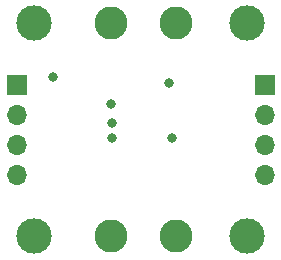
<source format=gbs>
%TF.GenerationSoftware,KiCad,Pcbnew,7.0.6*%
%TF.CreationDate,2023-11-15T13:44:32-06:00*%
%TF.ProjectId,TorqueSensorAmpifierPCB,546f7271-7565-4536-956e-736f72416d70,rev?*%
%TF.SameCoordinates,Original*%
%TF.FileFunction,Soldermask,Bot*%
%TF.FilePolarity,Negative*%
%FSLAX46Y46*%
G04 Gerber Fmt 4.6, Leading zero omitted, Abs format (unit mm)*
G04 Created by KiCad (PCBNEW 7.0.6) date 2023-11-15 13:44:32*
%MOMM*%
%LPD*%
G01*
G04 APERTURE LIST*
%ADD10C,3.000000*%
%ADD11C,2.800000*%
%ADD12R,1.700000X1.700000*%
%ADD13O,1.700000X1.700000*%
%ADD14C,0.800000*%
G04 APERTURE END LIST*
D10*
%TO.C,H3*%
X79000000Y-91500000D03*
%TD*%
D11*
%TO.C,TP1*%
X73000000Y-91500000D03*
%TD*%
D10*
%TO.C,H2*%
X61000000Y-109500000D03*
%TD*%
D12*
%TO.C,J2*%
X80500000Y-96700000D03*
D13*
X80500000Y-99240000D03*
X80500000Y-101780000D03*
X80500000Y-104320000D03*
%TD*%
D11*
%TO.C,TP4*%
X73000000Y-109500000D03*
%TD*%
%TO.C,TP2*%
X67500000Y-91500000D03*
%TD*%
%TO.C,TP3*%
X67500000Y-109500000D03*
%TD*%
D12*
%TO.C,J1*%
X59500000Y-96700000D03*
D13*
X59500000Y-99240000D03*
X59500000Y-101780000D03*
X59500000Y-104320000D03*
%TD*%
D10*
%TO.C,H1*%
X61000000Y-91500000D03*
%TD*%
%TO.C,H4*%
X79000000Y-109500000D03*
%TD*%
D14*
X72412500Y-96500000D03*
X67500000Y-98275500D03*
X62587500Y-96000000D03*
X72647550Y-101230000D03*
X67550000Y-99960000D03*
X67550000Y-101230000D03*
M02*

</source>
